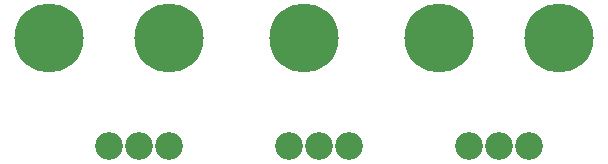
<source format=gbs>
G04 MADE WITH FRITZING*
G04 WWW.FRITZING.ORG*
G04 DOUBLE SIDED*
G04 HOLES PLATED*
G04 CONTOUR ON CENTER OF CONTOUR VECTOR*
%ASAXBY*%
%FSLAX23Y23*%
%MOIN*%
%OFA0B0*%
%SFA1.0B1.0*%
%ADD10C,0.230473*%
%ADD11C,0.092677*%
%LNMASK0*%
G90*
G70*
G54D10*
X1459Y625D03*
X1009Y625D03*
X559Y625D03*
X159Y625D03*
X1859Y625D03*
G54D11*
X559Y265D03*
X459Y265D03*
X359Y265D03*
X959Y265D03*
X1159Y265D03*
X1059Y265D03*
X1659Y265D03*
X1759Y265D03*
X1559Y265D03*
G04 End of Mask0*
M02*
</source>
